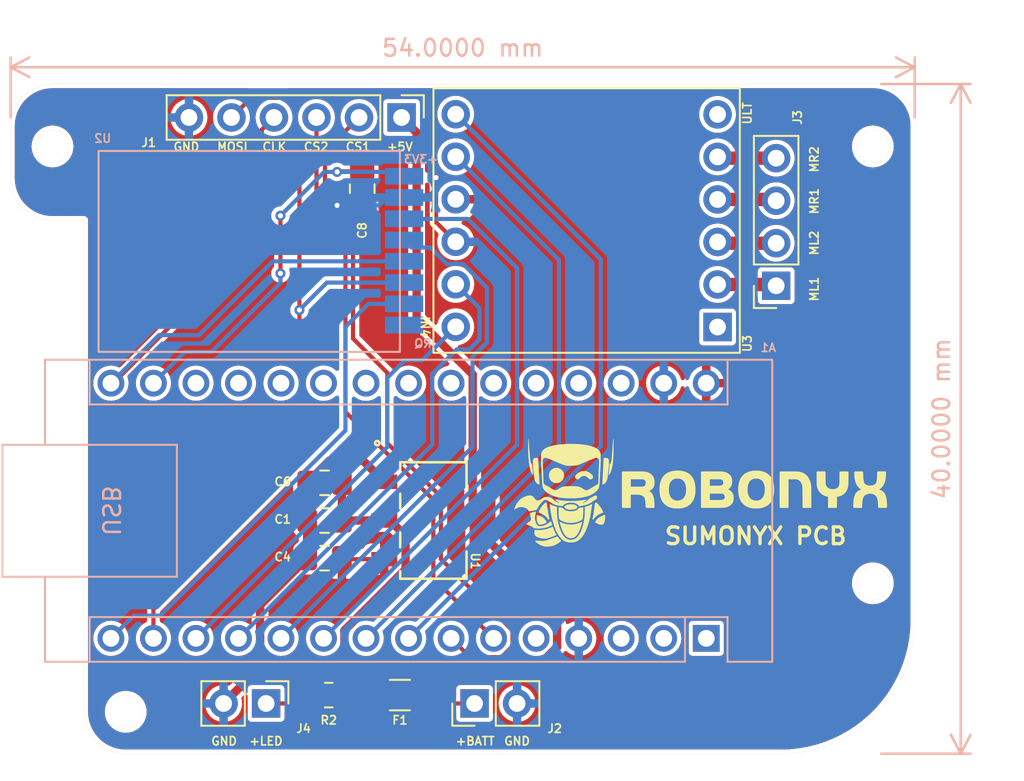
<source format=kicad_pcb>
(kicad_pcb (version 20211014) (generator pcbnew)
  (layers (0 "F.Cu" signal) (31 "B.Cu" signal) (34 "B.Paste" user) (35 "F.Paste" user) (36 "B.SilkS" user "B.Silkscreen") (37 "F.SilkS" user "F.Silkscreen") (38 "B.Mask" user) (39 "F.Mask" user) (44 "Edge.Cuts" user))
  (net 0 "")
  (net 4 "GND")
  (net 6 "Net-(A1-Pad6)")
  (net 7 "Net-(A1-Pad7)")
  (net 8 "Net-(A1-Pad8)")
  (net 9 "Net-(A1-Pad9)")
  (net 10 "Net-(A1-Pad10)")
  (net 11 "Net-(A1-Pad11)")
  (net 12 "Net-(A1-Pad12)")
  (net 13 "Net-(A1-Pad13)")
  (net 14 "Net-(A1-Pad14)")
  (net 15 "Net-(A1-Pad15)")
  (net 16 "Net-(A1-Pad16)")
  (net 17 "+3.3V")
  (net 27 "+5V")
  (net 33 "+7.5V")
  (net 34 "Net-(J2-Pad1)")
  (net 35 "Net-(J4-Pad1)")
  (net 36 "/MOTA1")
  (net 37 "/MOTA2")
  (net 38 "/MOTB1")
  (net 39 "/MOTB2")
  (footprint "DRV8833BRKT:DRV8833BRKT" (layer "F.Cu") (at 199.305 79.805 180)
    (fp_text reference "U3" (at -0.445 0.555 90 unlocked) (layer "F.SilkS") (effects (font (size 0.5 0.5) (thickness 0.1))))
    (fp_text value "DRV8833BRKT")
    (pad "1" thru_hole rect (at 1.33 1.54 180) (size 1.7 1.7) (drill 1) (layers *.Mask "F.Cu" "In1.Cu" "B.Cu"))
    (pad "2" thru_hole oval (at 1.33 4.08 180) (size 1.7 1.7) (drill 1) (layers *.Mask "F.Cu" "In1.Cu" "B.Cu") (net 36 "/MOTA1"))
    (pad "3" thru_hole oval (at 1.33 6.62 180) (size 1.7 1.7) (drill 1) (layers *.Mask "F.Cu" "In1.Cu" "B.Cu") (net 37 "/MOTA2"))
    (pad "4" thru_hole oval (at 1.33 9.16 180) (size 1.7 1.7) (drill 1) (layers *.Mask "F.Cu" "In1.Cu" "B.Cu") (net 38 "/MOTB1"))
    (pad "5" thru_hole oval (at 1.33 11.7 180) (size 1.7 1.7) (drill 1) (layers *.Mask "F.Cu" "In1.Cu" "B.Cu") (net 39 "/MOTB2"))
    (pad "6" thru_hole oval (at 1.33 14.24 180) (size 1.7 1.7) (drill 1) (layers *.Mask "F.Cu" "In1.Cu" "B.Cu"))
    (pad "7" thru_hole circle (at 16.97 1.55 180) (size 1.7 1.7) (drill 1) (layers *.Cu *.Mask) (net 13 "Net-(A1-Pad13)"))
    (pad "8" thru_hole oval (at 16.97 4.09 180) (size 1.7 1.7) (drill 1) (layers *.Cu *.Mask) (net 12 "Net-(A1-Pad12)"))
    (pad "9" thru_hole oval (at 16.97 6.63 180) (size 1.7 1.7) (drill 1) (layers *.Cu *.Mask) (net 4 "GND"))
    (pad "10" thru_hole oval (at 16.97 9.17 180) (size 1.7 1.7) (drill 1) (layers *.Cu *.Mask) (net 33 "+7.5V"))
    (pad "11" thru_hole oval (at 16.97 11.71 180) (size 1.7 1.7) (drill 1) (layers *.Cu *.Mask) (net 9 "Net-(A1-Pad9)"))
    (pad "12" thru_hole oval (at 16.97 14.25 180) (size 1.7 1.7) (drill 1) (layers *.Cu *.Mask) (net 8 "Net-(A1-Pad8)"))
  )
  (footprint "Capacitor_SMD:C_0805_2012Metric_Pad1.18x1.45mm_HandSolder" (layer "F.Cu") (at 174.5 92.0715)
    (fp_text reference "C4" (at -2.5 -0.0715) (layer "F.SilkS") (effects (font (size 0.5 0.5) (thickness 0.1))))
    (fp_text value "10UF10V")
    (pad "1" smd roundrect (at -1.0375 0) (size 1.175 1.45) (layers "F.Cu" "F.Paste" "F.Mask") (roundrect_rratio 0.2127659574) (net 4 "GND"))
    (pad "2" smd roundrect (at 1.0375 0) (size 1.175 1.45) (layers "F.Cu" "F.Paste" "F.Mask") (roundrect_rratio 0.2127659574) (net 33 "+7.5V"))
  )
  (footprint "Connector_PinSocket_2.54mm:PinSocket_1x04_P2.54mm_Vertical" (layer "F.Cu") (at 201.475 75.8 180)
    (fp_text reference "J3" (at -1.275 10.05 90) (layer "F.SilkS") (effects (font (size 0.5 0.5) (thickness 0.1))))
    (fp_text value "MOTOR")
    (pad "1" thru_hole rect (at 0 0 180) (size 1.7 1.7) (drill 1) (layers *.Cu *.Mask) (net 36 "/MOTA1"))
    (pad "2" thru_hole oval (at 0 2.54 180) (size 1.7 1.7) (drill 1) (layers *.Cu *.Mask) (net 37 "/MOTA2"))
    (pad "3" thru_hole oval (at 0 5.08 180) (size 1.7 1.7) (drill 1) (layers *.Cu *.Mask) (net 38 "/MOTB1"))
    (pad "4" thru_hole oval (at 0 7.62 180) (size 1.7 1.7) (drill 1) (layers *.Cu *.Mask) (net 39 "/MOTB2"))
  )
  (footprint "Capacitor_SMD:C_0805_2012Metric_Pad1.18x1.45mm_HandSolder" (layer "F.Cu") (at 176.75 70 90)
    (fp_text reference "C8" (at -2.5 0 90) (layer "F.SilkS") (effects (font (size 0.5 0.5) (thickness 0.1))))
    (fp_text value "10UF10V")
    (pad "1" smd roundrect (at -1.0375 0 90) (size 1.175 1.45) (layers "F.Cu" "F.Paste" "F.Mask") (roundrect_rratio 0.2127659574) (net 4 "GND"))
    (pad "2" smd roundrect (at 1.0375 0 90) (size 1.175 1.45) (layers "F.Cu" "F.Paste" "F.Mask") (roundrect_rratio 0.2127659574) (net 17 "+3.3V"))
  )
  (footprint "Capacitor_SMD:C_0805_2012Metric_Pad1.18x1.45mm_HandSolder" (layer "F.Cu") (at 174.5 89.8215)
    (fp_text reference "C1" (at -2.5 -0.0715) (layer "F.SilkS") (effects (font (size 0.5 0.5) (thickness 0.1))))
    (fp_text value "22UF10V")
    (pad "1" smd roundrect (at -1.0375 0) (size 1.175 1.45) (layers "F.Cu" "F.Paste" "F.Mask") (roundrect_rratio 0.2127659574) (net 4 "GND"))
    (pad "2" smd roundrect (at 1.0375 0) (size 1.175 1.45) (layers "F.Cu" "F.Paste" "F.Mask") (roundrect_rratio 0.2127659574) (net 27 "+5V"))
  )
  (footprint "footprints:SOT223-5_DIO" (layer "F.Cu") (at 181 89.8215 -90)
    (fp_text reference "U1" (at 2.4285 -2.5 -90 unlocked) (layer "F.SilkS") (effects (font (size 0.5 0.5) (thickness 0.1))))
    (fp_text value "AZ1117IH-5.0TRG1")
    (pad "1" smd rect (at -2.3114 2.9337 270) (size 0.8636 1.5494) (layers "F.Cu" "F.Paste" "F.Mask") (net 4 "GND"))
    (pad "2" smd rect (at 0 2.9337 270) (size 0.8636 1.5494) (layers "F.Cu" "F.Paste" "F.Mask") (net 27 "+5V"))
    (pad "3" smd rect (at 2.3114 2.9337 270) (size 0.8636 1.5494) (layers "F.Cu" "F.Paste" "F.Mask") (net 33 "+7.5V"))
    (pad "4" smd rect (at 0 -2.9337 270) (size 3.1496 1.5494) (layers "F.Cu" "F.Paste" "F.Mask") (net 27 "+5V"))
  )
  (footprint "Connector_PinHeader_2.54mm:PinHeader_1x02_P2.54mm_Vertical" (layer "F.Cu") (at 171.01 100.75 -90)
    (fp_text reference "J4" (at 1.5 -2.24) (layer "F.SilkS") (effects (font (size 0.5 0.5) (thickness 0.1))))
    (fp_text value "BACK 7 LED")
    (pad "1" thru_hole rect (at 0 0 270) (size 1.7 1.7) (drill 1) (layers *.Cu *.Mask) (net 35 "Net-(J4-Pad1)"))
    (pad "2" thru_hole oval (at 0 2.54 270) (size 1.7 1.7) (drill 1) (layers *.Cu *.Mask) (net 4 "GND"))
  )
  (footprint "Fuse:Fuse_1206_3216Metric" (layer "F.Cu") (at 179 100.25 180)
    (fp_text reference "F1" (at 0 -1.5) (layer "F.SilkS") (effects (font (size 0.5 0.5) (thickness 0.1))))
    (fp_text value "SMD1206B110TFT_Polyfuse ")
    (pad "1" smd roundrect (at -1.4 0 180) (size 1.25 1.75) (layers "F.Cu" "F.Paste" "F.Mask") (roundrect_rratio 0.2) (net 34 "Net-(J2-Pad1)"))
    (pad "2" smd roundrect (at 1.4 0 180) (size 1.25 1.75) (layers "F.Cu" "F.Paste" "F.Mask") (roundrect_rratio 0.2) (net 33 "+7.5V"))
  )
  (footprint "Resistor_SMD:R_0805_2012Metric" (layer "F.Cu") (at 174.75 100.25 180)
    (fp_text reference "R2" (at 0 -1.5 180) (layer "F.SilkS") (effects (font (size 0.5 0.5) (thickness 0.1))))
    (fp_text value "50R")
    (pad "1" smd roundrect (at -0.9125 0 180) (size 1.025 1.4) (layers "F.Cu" "F.Paste" "F.Mask") (roundrect_rratio 0.243902439) (net 27 "+5V"))
    (pad "2" smd roundrect (at 0.9125 0 180) (size 1.025 1.4) (layers "F.Cu" "F.Paste" "F.Mask") (roundrect_rratio 0.243902439) (net 35 "Net-(J4-Pad1)"))
  )
  (footprint "LOGO" (layer "F.Cu") (at 197 88)
    (fp_text reference "G***" hide)
    (fp_text value "LOGO" hide)
  )
  (footprint "Connector_PinHeader_2.54mm:PinHeader_1x02_P2.54mm_Vertical" (layer "F.Cu") (at 183.46 100.75 90)
    (fp_text reference "J2" (at -1.5 4.79 180) (layer "F.SilkS") (effects (font (size 0.5 0.5) (thickness 0.1))))
    (fp_text value "BATT 7V5")
    (pad "1" thru_hole rect (at 0 0 90) (size 1.7 1.7) (drill 1) (layers *.Cu *.Mask) (net 34 "Net-(J2-Pad1)"))
    (pad "2" thru_hole oval (at 0 2.54 90) (size 1.7 1.7) (drill 1) (layers *.Cu *.Mask) (net 4 "GND"))
  )
  (footprint "Capacitor_SMD:C_0805_2012Metric_Pad1.18x1.45mm_HandSolder" (layer "F.Cu") (at 174.5 87.5715)
    (fp_text reference "C6" (at -2.5 -0.0715) (layer "F.SilkS") (effects (font (size 0.5 0.5) (thickness 0.1))))
    (fp_text value "22UF10V")
    (pad "1" smd roundrect (at -1.0375 0) (size 1.175 1.45) (layers "F.Cu" "F.Paste" "F.Mask") (roundrect_rratio 0.2127659574) (net 4 "GND"))
    (pad "2" smd roundrect (at 1.0375 0) (size 1.175 1.45) (layers "F.Cu" "F.Paste" "F.Mask") (roundrect_rratio 0.2127659574) (net 27 "+5V"))
  )
  (footprint "Connector_PinHeader_2.54mm:PinHeader_1x06_P2.54mm_Vertical" (layer "F.Cu") (at 179.1 65.75 -90)
    (fp_text reference "J1" (at 1.5 15.1) (layer "F.SilkS") (effects (font (size 0.5 0.5) (thickness 0.1))))
    (fp_text value "Conn_01x06_Male")
    (pad "1" thru_hole rect (at 0 0 270) (size 1.7 1.7) (drill 1) (layers *.Cu *.Mask) (net 27 "+5V"))
    (pad "2" thru_hole oval (at 0 2.54 270) (size 1.7 1.7) (drill 1) (layers *.Cu *.Mask) (net 7 "Net-(A1-Pad7)"))
    (pad "3" thru_hole oval (at 0 5.08 270) (size 1.7 1.7) (drill 1) (layers *.Cu *.Mask) (net 6 "Net-(A1-Pad6)"))
    (pad "4" thru_hole oval (at 0 7.62 270) (size 1.7 1.7) (drill 1) (layers *.Cu *.Mask) (net 16 "Net-(A1-Pad16)"))
    (pad "5" thru_hole oval (at 0 10.16 270) (size 1.7 1.7) (drill 1) (layers *.Cu *.Mask) (net 14 "Net-(A1-Pad14)"))
    (pad "6" thru_hole oval (at 0 12.7 270) (size 1.7 1.7) (drill 1) (layers *.Cu *.Mask) (net 4 "GND"))
  )
  (footprint "Module:Arduino_Nano" (layer "B.Cu") (at 197.3 96.86 90)
    (fp_text reference "A1" (at 17.36 3.7 180) (layer "B.SilkS") (effects (font (size 0.5 0.5) (thickness 0.1)) (justify mirror)))
    (fp_text value "Arduino_Nano_v3.x")
    (fp_text user "USB" (at 7.62 -35.56 -90 unlocked) (layer "B.SilkS") (effects (justify mirror)))
    (pad "1" thru_hole rect (at 0 0 90) (size 1.6 1.6) (drill 1) (layers *.Cu *.Mask))
    (pad "2" thru_hole oval (at 0 -2.54 90) (size 1.6 1.6) (drill 1) (layers *.Cu *.Mask))
    (pad "3" thru_hole oval (at 0 -5.08 90) (size 1.6 1.6) (drill 1) (layers *.Cu *.Mask))
    (pad "4" thru_hole oval (at 0 -7.62 90) (size 1.6 1.6) (drill 1) (layers *.Cu *.Mask) (net 4 "GND"))
    (pad "5" thru_hole oval (at 0 -10.16 90) (size 1.6 1.6) (drill 1) (layers *.Cu *.Mask))
    (pad "6" thru_hole oval (at 0 -12.7 90) (size 1.6 1.6) (drill 1) (layers *.Cu *.Mask) (net 6 "Net-(A1-Pad6)"))
    (pad "7" thru_hole oval (at 0 -15.24 90) (size 1.6 1.6) (drill 1) (layers *.Cu *.Mask) (net 7 "Net-(A1-Pad7)"))
    (pad "8" thru_hole oval (at 0 -17.78 90) (size 1.6 1.6) (drill 1) (layers *.Cu *.Mask) (net 8 "Net-(A1-Pad8)"))
    (pad "9" thru_hole oval (at 0 -20.32 90) (size 1.6 1.6) (drill 1) (layers *.Cu *.Mask) (net 9 "Net-(A1-Pad9)"))
    (pad "10" thru_hole oval (at 0 -22.86 90) (size 1.6 1.6) (drill 1) (layers *.Cu *.Mask) (net 10 "Net-(A1-Pad10)"))
    (pad "11" thru_hole oval (at 0 -25.4 90) (size 1.6 1.6) (drill 1) (layers *.Cu *.Mask) (net 11 "Net-(A1-Pad11)"))
    (pad "12" thru_hole oval (at 0 -27.94 90) (size 1.6 1.6) (drill 1) (layers *.Cu *.Mask) (net 12 "Net-(A1-Pad12)"))
    (pad "13" thru_hole oval (at 0 -30.48 90) (size 1.6 1.6) (drill 1) (layers *.Cu *.Mask) (net 13 "Net-(A1-Pad13)"))
    (pad "14" thru_hole oval (at 0 -33.02 90) (size 1.6 1.6) (drill 1) (layers *.Cu *.Mask) (net 14 "Net-(A1-Pad14)"))
    (pad "15" thru_hole oval (at 0 -35.56 90) (size 1.6 1.6) (drill 1) (layers *.Cu *.Mask) (net 15 "Net-(A1-Pad15)"))
    (pad "16" thru_hole oval (at 15.24 -35.56 90) (size 1.6 1.6) (drill 1) (layers *.Cu *.Mask) (net 16 "Net-(A1-Pad16)"))
    (pad "17" thru_hole oval (at 15.24 -33.02 90) (size 1.6 1.6) (drill 1) (layers *.Cu *.Mask) (net 17 "+3.3V"))
    (pad "18" thru_hole oval (at 15.24 -30.48 90) (size 1.6 1.6) (drill 1) (layers *.Cu *.Mask))
    (pad "19" thru_hole oval (at 15.24 -27.94 90) (size 1.6 1.6) (drill 1) (layers *.Cu *.Mask))
    (pad "20" thru_hole oval (at 15.24 -25.4 90) (size 1.6 1.6) (drill 1) (layers *.Cu *.Mask))
    (pad "21" thru_hole oval (at 15.24 -22.86 90) (size 1.6 1.6) (drill 1) (layers *.Cu *.Mask))
    (pad "22" thru_hole oval (at 15.24 -20.32 90) (size 1.6 1.6) (drill 1) (layers *.Cu *.Mask))
    (pad "23" thru_hole oval (at 15.24 -17.78 90) (size 1.6 1.6) (drill 1) (layers *.Cu *.Mask))
    (pad "24" thru_hole oval (at 15.24 -15.24 90) (size 1.6 1.6) (drill 1) (layers *.Cu *.Mask))
    (pad "25" thru_hole oval (at 15.24 -12.7 90) (size 1.6 1.6) (drill 1) (layers *.Cu *.Mask))
    (pad "26" thru_hole oval (at 15.24 -10.16 90) (size 1.6 1.6) (drill 1) (layers *.Cu *.Mask))
    (pad "27" thru_hole oval (at 15.24 -7.62 90) (size 1.6 1.6) (drill 1) (layers *.Cu *.Mask))
    (pad "28" thru_hole oval (at 15.24 -5.08 90) (size 1.6 1.6) (drill 1) (layers *.Cu *.Mask))
    (pad "29" thru_hole oval (at 15.24 -2.54 90) (size 1.6 1.6) (drill 1) (layers *.Cu *.Mask) (net 4 "GND"))
    (pad "30" thru_hole oval (at 15.24 0 90) (size 1.6 1.6) (drill 1) (layers *.Cu *.Mask) (net 33 "+7.5V"))
  )
  (footprint "nRF24L01BRKT_SMD:nRF24L01_Breakout_SMD" (layer "B.Cu") (at 179 67.75 180)
    (fp_text reference "U2" (at 17.75 0.75 unlocked) (layer "B.SilkS") (effects (font (size 0.5 0.5) (thickness 0.1)) (justify mirror)))
    (fp_text value "NRF24L01_Breakout")
    (pad "1" smd rect (at -0.25 -2.78 180) (size 2.286 1) (layers "B.Cu" "B.Paste" "B.Mask") (net 4 "GND"))
    (pad "2" smd rect (at -0.25 -1.51 180) (size 2.286 1) (layers "B.Cu" "B.Paste" "B.Mask") (net 17 "+3.3V"))
    (pad "3" smd rect (at -0.25 -4.05 180) (size 2.286 1) (layers "B.Cu" "B.Paste" "B.Mask") (net 10 "Net-(A1-Pad10)"))
    (pad "4" smd rect (at -0.25 -5.32 180) (size 2.286 1) (layers "B.Cu" "B.Paste" "B.Mask") (net 11 "Net-(A1-Pad11)"))
    (pad "5" smd rect (at -0.25 -6.59 180) (size 2.286 1) (layers "B.Cu" "B.Paste" "B.Mask") (net 16 "Net-(A1-Pad16)"))
    (pad "6" smd rect (at -0.25 -7.86 180) (size 2.286 1) (layers "B.Cu" "B.Paste" "B.Mask") (net 14 "Net-(A1-Pad14)"))
    (pad "7" smd rect (at -0.25 -9.13 180) (size 2.286 1) (layers "B.Cu" "B.Paste" "B.Mask") (net 15 "Net-(A1-Pad15)"))
    (pad "8" smd rect (at -0.25 -10.4 180) (size 2.286 1) (layers "B.Cu" "B.Paste" "B.Mask"))
  )
  (gr_line (start 159.125 71.885268) (end 159.125 71.885) (layer "Edge.Cuts") (width 0.01))
  (gr_arc (start 207.25 63.75) (mid 209.017762 64.482234) (end 209.75 66.25) (layer "Edge.Cuts") (width 0.01))
  (gr_line (start 207.25 63.75) (end 158.25 63.75) (layer "Edge.Cuts") (width 0.01))
  (gr_circle (center 207.25 93.573984) (end 208.25 93.573984) (layer "Edge.Cuts") (width 0.01) (fill none))
  (gr_arc (start 162.625 103.75) (mid 160.857233 103.017767) (end 160.125 101.25) (layer "Edge.Cuts") (width 0.01))
  (gr_circle (center 158.25 67.481984) (end 159.25 67.481984) (layer "Edge.Cuts") (width 0.01) (fill none))
  (gr_circle (center 162.625 101.25) (end 163.625 101.25) (layer "Edge.Cuts") (width 0.01) (fill none))
  (gr_circle (center 207.25 67.481984) (end 208.25 67.481984) (layer "Edge.Cuts") (width 0.01) (fill none))
  (gr_line (start 159.125 71.885) (end 160.125 71.885) (layer "Edge.Cuts") (width 0.01))
  (gr_line (start 162.625 103.75) (end 201.75 103.75) (layer "Edge.Cuts") (width 0.01))
  (gr_line (start 158.25 71.885268) (end 159.125 71.885268) (layer "Edge.Cuts") (width 0.01))
  (gr_arc (start 209.75 95.75) (mid 207.40685 101.406846) (end 201.75 103.75) (layer "Edge.Cuts") (width 0.01))
  (gr_line (start 209.75 95.75) (end 209.75 66.25) (layer "Edge.Cuts") (width 0.01))
  (gr_arc (start 158.25 71.885268) (mid 156.482233 71.153035) (end 155.75 69.385268) (layer "Edge.Cuts") (width 0.01))
  (gr_line (start 160.125 71.885) (end 160.125 101.25) (layer "Edge.Cuts") (width 0.01))
  (gr_arc (start 155.75 66.25) (mid 156.482233 64.482233) (end 158.25 63.75) (layer "Edge.Cuts") (width 0.01))
  (gr_line (start 155.75 66.25) (end 155.75 69.385268) (layer "Edge.Cuts") (width 0.01))
  (gr_text "+3V3" (at 180.25 68.25) (layer "B.SilkS") (effects (font (size 0.5 0.5) (thickness 0.1)) (justify mirror)))
  (gr_text "IRQ" (at 180.5 79.25) (layer "B.SilkS") (effects (font (size 0.5 0.5) (thickness 0.1)) (justify mirror)))
  (gr_text "GND" (at 166.25 67.5) (layer "F.SilkS") (effects (font (size 0.5 0.5) (thickness 0.1))))
  (gr_text "+5V" (at 179 67.5) (layer "F.SilkS") (effects (font (size 0.5 0.5) (thickness 0.1))))
  (gr_text "GND" (at 168.5 103) (layer "F.SilkS") (effects (font (size 0.5 0.5) (thickness 0.1))))
  (gr_text "+BATT" (at 183.5 103) (layer "F.SilkS") (effects (font (size 0.5 0.5) (thickness 0.1))))
  (gr_text "CLK" (at 171.5 67.5) (layer "F.SilkS") (effects (font (size 0.5 0.5) (thickness 0.1))))
  (gr_text "ULT" (at 199.75 65.5 90) (layer "F.SilkS") (effects (font (size 0.5 0.5) (thickness 0.1))))
  (gr_text "SUMONYX PCB" (at 200.25 90.75) (layer "F.SilkS") (effects (font (size 1 1) (thickness 0.2))))
  (gr_text "+LED" (at 171 103) (layer "F.SilkS") (effects (font (size 0.5 0.5) (thickness 0.1))))
  (gr_text "MR2" (at 203.75 68.25 90) (layer "F.SilkS") (effects (font (size 0.5 0.5) (thickness 0.1))))
  (gr_text "MR1" (at 203.75 70.75 90) (layer "F.SilkS") (effects (font (size 0.5 0.5) (thickness 0.1))))
  (gr_text "ML1" (at 203.75 76 90) (layer "F.SilkS") (effects (font (size 0.5 0.5) (thickness 0.1))))
  (gr_text "IN4" (at 180.5 78.25 270) (layer "F.SilkS") (effects (font (size 0.5 0.5) (thickness 0.1))))
  (gr_text "GND" (at 186 103) (layer "F.SilkS") (effects (font (size 0.5 0.5) (thickness 0.1))))
  (gr_text "ML2" (at 203.75 73.25 90) (layer "F.SilkS") (effects (font (size 0.5 0.5) (thickness 0.1))))
  (gr_text "CS2" (at 174 67.5) (layer "F.SilkS") (effects (font (size 0.5 0.5) (thickness 0.1))))
  (gr_text "CS1" (at 176.5 67.5) (layer "F.SilkS") (effects (font (size 0.5 0.5) (thickness 0.1))))
  (gr_text "MOSI" (at 169 67.5) (layer "F.SilkS") (effects (font (size 0.5 0.5) (thickness 0.1))))
  (dimension (type aligned) (layer "B.SilkS") (pts (xy 207.25 63.75) (xy 207.25 103.75)) (height -5.25) (gr_text "40.0000 mm" (at 211.35 83.75 90) (layer "B.SilkS") (effects (font (size 1 1) (thickness 0.15)))) (format (units 3) (units_format 1) (precision 4)) (style (thickness 0.15) (arrow_length 1.27) (text_position_mode 0) (extension_height 0.58642) (extension_offset 0.5) keep_text_aligned))
  (dimension (type aligned) (layer "B.SilkS") (pts (xy 209.75 66.25) (xy 155.75 66.25)) (height 3.499999) (gr_text "54.0000 mm" (at 182.75 61.600001) (layer "B.SilkS") (effects (font (size 1 1) (thickness 0.15)))) (format (units 3) (units_format 1) (precision 4)) (style (thickness 0.15) (arrow_length 1.27) (text_position_mode 0) (extension_height 0.58642) (extension_offset 0.5) keep_text_aligned))
  (segment (start 170.65 94.884) (end 170.65 98.57) (width 0.5) (layer "F.Cu") (net 4))
  (segment (start 170.65 98.57) (end 168.47 100.75) (width 0.5) (layer "F.Cu") (net 4))
  (segment (start 174.784 86.25) (end 173.4625 87.5715) (width 0.5) (layer "F.Cu") (net 4))
  (segment (start 175.2875 71.0375) (end 176.75 71.0375) (width 0.25) (layer "F.Cu") (net 4))
  (segment (start 175.25 71) (end 175.2875 71.0375) (width 0.25) (layer "F.Cu") (net 4))
  (segment (start 173.4625 92.0715) (end 170.65 94.884) (width 0.5) (layer "F.Cu") (net 4))
  (segment (start 173.4625 87.5715) (end 173.4625 89.8215) (width 0.5) (layer "F.Cu") (net 4))
  (segment (start 176.8062 86.25) (end 174.784 86.25) (width 0.5) (layer "F.Cu") (net 4))
  (segment (start 181.16 72) (end 182.335 73.175) (width 0.25) (layer "F.Cu") (net 4))
  (segment (start 173.4625 89.8215) (end 173.4625 92.0715) (width 0.5) (layer "F.Cu") (net 4))
  (segment (start 181.16 69.34) (end 181.16 72) (width 0.25) (layer "F.Cu") (net 4))
  (segment (start 178.0663 87.5101) (end 176.8062 86.25) (width 0.5) (layer "F.Cu") (net 4))
  (via (at 181.16 69.34) (size 0.6) (drill 0.3) (layers "F.Cu" "B.Cu") (net 4))
  (via (at 175.25 71) (size 0.6) (drill 0.3) (layers "F.Cu" "B.Cu") (net 4))
  (segment (start 177.757 71) (end 178.227 70.53) (width 0.25) (layer "B.Cu") (net 4))
  (segment (start 178.227 70.53) (end 179.25 70.53) (width 0.25) (layer "B.Cu") (net 4))
  (segment (start 181.16 70.013) (end 180.643 70.53) (width 0.25) (layer "B.Cu") (net 4))
  (segment (start 180.643 70.53) (end 179.25 70.53) (width 0.25) (layer "B.Cu") (net 4))
  (segment (start 175.25 71) (end 177.757 71) (width 0.25) (layer "B.Cu") (net 4))
  (segment (start 181.16 69.34) (end 181.16 70.013) (width 0.25) (layer "B.Cu") (net 4))
  (segment (start 181 88.5873) (end 181 93.26) (width 0.25) (layer "F.Cu") (net 6))
  (segment (start 175.75 73.75) (end 175.75 83.3373) (width 0.25) (layer "F.Cu") (net 6))
  (segment (start 181 93.26) (end 184.6 96.86) (width 0.25) (layer "F.Cu") (net 6))
  (segment (start 174.02 72.02) (end 175.75 73.75) (width 0.25) (layer "F.Cu") (net 6))
  (segment (start 174.02 65.75) (end 174.02 72.02) (width 0.25) (layer "F.Cu") (net 6))
  (segment (start 175.75 83.3373) (end 181 88.5873) (width 0.25) (layer "F.Cu") (net 6))
  (segment (start 174.525 67.785) (end 174.525 71.888604) (width 0.25) (layer "F.Cu") (net 7))
  (segment (start 176.2 73.563604) (end 176.2 78.95) (width 0.25) (layer "F.Cu") (net 7))
  (segment (start 181.45 88.400904) (end 181.45 92.119009) (width 0.25) (layer "F.Cu") (net 7))
  (segment (start 176.2 78.95) (end 178.25 81) (width 0.25) (layer "F.Cu") (net 7))
  (segment (start 178.25 81) (end 178.25 85.200904) (width 0.25) (layer "F.Cu") (net 7))
  (segment (start 176.56 65.75) (end 174.525 67.785) (width 0.25) (layer "F.Cu") (net 7))
  (segment (start 183.185 97.985) (end 182.06 96.86) (width 0.25) (layer "F.Cu") (net 7))
  (segment (start 185.065991 97.985) (end 183.185 97.985) (width 0.25) (layer "F.Cu") (net 7))
  (segment (start 185.725 97.325991) (end 185.065991 97.985) (width 0.25) (layer "F.Cu") (net 7))
  (segment (start 178.25 85.200904) (end 181.45 88.400904) (width 0.25) (layer "F.Cu") (net 7))
  (segment (start 174.525 71.888604) (end 176.2 73.563604) (width 0.25) (layer "F.Cu") (net 7))
  (segment (start 181.45 92.119009) (end 185.725 96.394009) (width 0.25) (layer "F.Cu") (net 7))
  (segment (start 185.725 96.394009) (end 185.725 97.325991) (width 0.25) (layer "F.Cu") (net 7))
  (segment (start 191 85.38) (end 191 74.22) (width 0.25) (layer "B.Cu") (net 8))
  (segment (start 191 74.22) (end 182.335 65.555) (width 0.25) (layer "B.Cu") (net 8))
  (segment (start 179.52 96.86) (end 191 85.38) (width 0.25) (layer "B.Cu") (net 8))
  (segment (start 188.5 74.26) (end 188.5 85.34) (width 0.25) (layer "B.Cu") (net 9))
  (segment (start 182.335 68.095) (end 188.5 74.26) (width 0.25) (layer "B.Cu") (net 9))
  (segment (start 188.5 85.34) (end 176.98 96.86) (width 0.25) (layer "B.Cu") (net 9))
  (segment (start 186 85.3) (end 174.44 96.86) (width 0.25) (layer "B.Cu") (net 10))
  (segment (start 179.25 71.8) (end 179.26 71.81) (width 0.25) (layer "B.Cu") (net 10))
  (segment (start 183.06 71.81) (end 186 74.75) (width 0.25) (layer "B.Cu") (net 10))
  (segment (start 179.26 71.81) (end 183.06 71.81) (width 0.25) (layer "B.Cu") (net 10))
  (segment (start 186 74.75) (end 186 85.3) (width 0.25) (layer "B.Cu") (net 10))
  (segment (start 183.338693 85.421307) (end 171.9 96.86) (width 0.25) (layer "B.Cu") (net 11))
  (segment (start 180.823299 73.515) (end 181.808299 74.5) (width 0.25) (layer "B.Cu") (net 11))
  (segment (start 181.808299 74.5) (end 182.781701 74.5) (width 0.25) (layer "B.Cu") (net 11))
  (segment (start 179.25 73.07) (end 179.695 73.515) (width 0.25) (layer "B.Cu") (net 11))
  (segment (start 183.338693 80.047703) (end 183.338693 85.421307) (width 0.25) (layer "B.Cu") (net 11))
  (segment (start 179.695 73.515) (end 180.823299 73.515) (width 0.25) (layer "B.Cu") (net 11))
  (segment (start 184.2 79.186396) (end 183.338693 80.047703) (width 0.25) (layer "B.Cu") (net 11))
  (segment (start 184.2 75.918299) (end 184.2 79.186396) (width 0.25) (layer "B.Cu") (net 11))
  (segment (start 182.781701 74.5) (end 184.2 75.918299) (width 0.25) (layer "B.Cu") (net 11))
  (segment (start 183.75 77.13) (end 183.75 79) (width 0.25) (layer "B.Cu") (net 12))
  (segment (start 183.152297 79.597703) (end 182.402297 79.597703) (width 0.25) (layer "B.Cu") (net 12))
  (segment (start 182.402297 79.597703) (end 180.935 81.065) (width 0.25) (layer "B.Cu") (net 12))
  (segment (start 182.335 75.715) (end 183.75 77.13) (width 0.25) (layer "B.Cu") (net 12))
  (segment (start 180.935 81.065) (end 180.935 85.285) (width 0.25) (layer "B.Cu") (net 12))
  (segment (start 180.935 85.285) (end 169.36 96.86) (width 0.25) (layer "B.Cu") (net 12))
  (segment (start 183.75 79) (end 183.152297 79.597703) (width 0.25) (layer "B.Cu") (net 12))
  (segment (start 182.335 78.255) (end 180.34 80.25) (width 0.25) (layer "B.Cu") (net 13))
  (segment (start 179.299009 80.25) (end 178.25 81.299009) (width 0.25) (layer "B.Cu") (net 13))
  (segment (start 180.34 80.25) (end 179.299009 80.25) (width 0.25) (layer "B.Cu") (net 13))
  (segment (start 178.25 85.43) (end 166.82 96.86) (width 0.25) (layer "B.Cu") (net 13))
  (segment (start 178.25 81.299009) (end 178.25 85.43) (width 0.25) (layer "B.Cu") (net 13))
  (segment (start 164.28 95.128327) (end 164.28 96.86) (width 0.25) (layer "F.Cu") (net 14))
  (segment (start 173 79.25) (end 173.25 79.5) (width 0.25) (layer "F.Cu") (net 14))
  (segment (start 172.75 66.141701) (end 172.75 65.168299) (width 0.25) (layer "F.Cu") (net 14))
  (segment (start 173.25 86.158327) (end 164.28 95.128327) (width 0.25) (layer "F.Cu") (net 14))
  (segment (start 172.156701 64.575) (end 170.115 64.575) (width 0.25) (layer "F.Cu") (net 14))
  (segment (start 173 77.25) (end 173 66.391701) (width 0.25) (layer "F.Cu") (net 14))
  (segment (start 173 77.25) (end 173 79.25) (width 0.25) (layer "F.Cu") (net 14))
  (segment (start 173.25 79.5) (end 173.25 86.158327) (width 0.25) (layer "F.Cu") (net 14))
  (segment (start 172.75 65.168299) (end 172.156701 64.575) (width 0.25) (layer "F.Cu") (net 14))
  (segment (start 170.115 64.575) (end 168.94 65.75) (width 0.25) (layer "F.Cu") (net 14))
  (segment (start 173 66.391701) (end 172.75 66.141701) (width 0.25) (layer "F.Cu") (net 14))
  (via (at 173 77.25) (size 0.6) (drill 0.3) (layers "F.Cu" "B.Cu") (net 14))
  (segment (start 173 77.25) (end 174.64 75.61) (width 0.25) (layer "B.Cu") (net 14))
  (segment (start 174.64 75.61) (end 179.25 75.61) (width 0.25) (layer "B.Cu") (net 14))
  (segment (start 164.690991 95.5) (end 163.1 95.5) (width 0.25) (layer "B.Cu") (net 15))
  (segment (start 175.75 78.25) (end 175.75 84.440991) (width 0.25) (layer "B.Cu") (net 15))
  (segment (start 177.12 76.88) (end 175.75 78.25) (width 0.25) (layer "B.Cu") (net 15))
  (segment (start 175.75 84.440991) (end 164.690991 95.5) (width 0.25) (layer "B.Cu") (net 15))
  (segment (start 179.25 76.88) (end 177.12 76.88) (width 0.25) (layer "B.Cu") (net 15))
  (segment (start 163.1 95.5) (end 161.74 96.86) (width 0.25) (layer "B.Cu") (net 15))
  (segment (start 170.75 72.75) (end 170.75 66.48) (width 0.25) (layer "F.Cu") (net 16))
  (segment (start 161.88 81.62) (end 170.75 72.75) (width 0.25) (layer "F.Cu") (net 16))
  (segment (start 170.75 66.48) (end 171.48 65.75) (width 0.25) (layer "F.Cu") (net 16))
  (segment (start 161.74 81.62) (end 161.88 81.62) (width 0.25) (layer "F.Cu") (net 16))
  (segment (start 179.25 74.34) (end 171.41 74.34) (width 0.25) (layer "B.Cu") (net 16))
  (segment (start 171.41 74.34) (end 167 78.75) (width 0.25) (layer "B.Cu") (net 16))
  (segment (start 167 78.75) (end 164.61 78.75) (width 0.25) (layer "B.Cu") (net 16))
  (segment (start 164.61 78.75) (end 161.74 81.62) (width 0.25) (layer "B.Cu") (net 16))
  (segment (start 171.867299 71.617299) (end 171.867299 75.0645) (width 0.25) (layer "F.Cu") (net 17))
  (segment (start 175.25 69) (end 175.2875 68.9625) (width 0.25) (layer "F.Cu") (net 17))
  (segment (start 175.2875 68.9625) (end 176.75 68.9625) (width 0.25) (layer "F.Cu") (net 17))
  (via (at 171.867299 75.0645) (size 0.6) (drill 0.3) (layers "F.Cu" "B.Cu") (net 17))
  (via (at 175.25 69) (size 0.6) (drill 0.3) (layers "F.Cu" "B.Cu") (net 17))
  (via (at 171.867299 71.617299) (size 0.6) (drill 0.3) (layers "F.Cu" "B.Cu") (net 17))
  (segment (start 171.867299 75.632701) (end 171.867299 75.0645) (width 0.25) (layer "B.Cu") (net 17))
  (segment (start 178.51 69.26) (end 179.25 69.26) (width 0.25) (layer "B.Cu") (net 17))
  (segment (start 175.25 69) (end 178.25 69) (width 0.25) (layer "B.Cu") (net 17))
  (segment (start 166.15 79.75) (end 167.75 79.75) (width 0.25) (layer "B.Cu") (net 17))
  (segment (start 174.484598 69) (end 171.867299 71.617299) (width 0.25) (layer "B.Cu") (net 17))
  (segment (start 167.75 79.75) (end 171.867299 75.632701) (width 0.25) (layer "B.Cu") (net 17))
  (segment (start 164.28 81.62) (end 166.15 79.75) (width 0.25) (layer "B.Cu") (net 17))
  (segment (start 175.25 69) (end 174.484598 69) (width 0.25) (layer "B.Cu") (net 17))
  (segment (start 178.25 69) (end 178.51 69.26) (width 0.25) (layer "B.Cu") (net 17))
  (segment (start 183.9337 89.8215) (end 183.35 89.2378) (width 0.5) (layer "F.Cu") (net 27))
  (segment (start 183.35 81.1) (end 182.5 80.25) (width 0.5) (layer "F.Cu") (net 27))
  (segment (start 182.491522 80.25) (end 180 77.758478) (width 0.5) (layer "F.Cu") (net 27))
  (segment (start 177.110051 98.75) (end 175.6625 100.197551) (width 0.5) (layer "F.Cu") (net 27))
  (segment (start 188.39 97.377767) (end 187.017767 98.75) (width 0.5) (layer "F.Cu") (net 27))
  (segment (start 188.39 95.14) (end 188.39 97.377767) (width 0.5) (layer "F.Cu") (net 27))
  (segment (start 178.0663 89.8215) (end 178.4092 89.8215) (width 0.5) (layer "F.Cu") (net 27))
  (segment (start 180 66.65) (end 179.1 65.75) (width 0.5) (layer "F.Cu") (net 27))
  (segment (start 175.6625 100.197551) (end 175.6625 100.25) (width 0.5) (layer "F.Cu") (net 27))
  (segment (start 179.341 92.731233) (end 175.69 96.382233) (width 0.5) (layer "F.Cu") (net 27))
  (segment (start 175.69 100.2225) (end 175.6625 100.25) (width 0.5) (layer "F.Cu") (net 27))
  (segment (start 175.69 96.382233) (end 175.69 100.2225) (width 0.5) (layer "F.Cu") (net 27))
  (segment (start 183.9337 89.8215) (end 183.9337 90.6837) (width 0.5) (layer "F.Cu") (net 27))
  (segment (start 182.5 80.25) (end 182.491522 80.25) (width 0.5) (layer "F.Cu") (net 27))
  (segment (start 178.4092 89.8215) (end 179.341 90.7533) (width 0.5) (layer "F.Cu") (net 27))
  (segment (start 183.9337 90.6837) (end 188.39 95.14) (width 0.5) (layer "F.Cu") (net 27))
  (segment (start 175.5375 89.8215) (end 178.0663 89.8215) (width 0.5) (layer "F.Cu") (net 27))
  (segment (start 180 77.758478) (end 180 66.65) (width 0.5) (layer "F.Cu") (net 27))
  (segment (start 175.5375 89.8215) (end 175.5375 87.5715) (width 0.5) (layer "F.Cu") (net 27))
  (segment (start 179.341 90.7533) (end 179.341 92.731233) (width 0.5) (layer "F.Cu") (net 27))
  (segment (start 183.35 89.2378) (end 183.35 81.1) (width 0.5) (layer "F.Cu") (net 27))
  (segment (start 187.017767 98.75) (end 177.110051 98.75) (width 0.5) (layer "F.Cu") (net 27))
  (segment (start 178.105 92.1716) (end 178.0663 92.1329) (width 0.25) (layer "F.Cu") (net 33))
  (segment (start 178.0663 92.1329) (end 175.5989 92.1329) (width 0.25) (layer "F.Cu") (net 33))
  (segment (start 175.5989 92.1329) (end 175.5375 92.0715) (width 0.25) (layer "F.Cu") (net 33))
  (segment (start 180.9 100.75) (end 183.46 100.75) (width 0.25) (layer "F.Cu") (net 34))
  (segment (start 180.4 100.25) (end 180.9 100.75) (width 0.25) (layer "F.Cu") (net 34))
  (segment (start 173.3375 100.75) (end 171.01 100.75) (width 0.25) (layer "F.Cu") (net 35))
  (segment (start 173.8375 100.25) (end 173.3375 100.75) (width 0.25) (layer "F.Cu") (net 35))
  (segment (start 197.975 75.725) (end 201.4 75.725) (width 0.8) (layer "F.Cu") (net 36))
  (segment (start 201.4 75.725) (end 201.475 75.8) (width 0.8) (layer "F.Cu") (net 36))
  (segment (start 201.475 73.26) (end 198.05 73.26) (width 0.8) (layer "F.Cu") (net 37))
  (segment (start 198.05 73.26) (end 197.975 73.185) (width 0.8) (layer "F.Cu") (net 37))
  (segment (start 201.4 70.645) (end 201.475 70.72) (width 0.8) (layer "F.Cu") (net 38))
  (segment (start 197.975 70.645) (end 201.4 70.645) (width 0.8) (layer "F.Cu") (net 38))
  (segment (start 201.475 68.18) (end 198.05 68.18) (width 0.8) (layer "F.Cu") (net 39))
  (segment (start 198.05 68.18) (end 197.975 68.105) (width 0.8) (layer "F.Cu") (net 39))
  (zone (net 33) (net_name "+7.5V") (layer "F.Cu") (connect_pads (clearance 0.25)) (min_thickness 0.25) (fill yes (thermal_gap 0.508) (thermal_bridge_width 0.508))
    (polygon (pts (xy 209.75 103.75) (xy 155.75 103.75) (xy 155.75 63.75) (xy 209.75 63.75)))
  )
  (zone (net 4) (net_name "GND") (layer "B.Cu") (connect_pads (clearance 0.25)) (min_thickness 0.25) (fill yes (thermal_gap 0.508) (thermal_bridge_width 0.508))
    (polygon (pts (xy 209.75 103.75) (xy 155.75 103.75) (xy 155.75 63.75) (xy 209.75 63.75)))
  )
)
</source>
